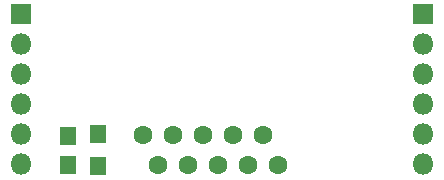
<source format=gbr>
%TF.GenerationSoftware,KiCad,Pcbnew,(5.1.6)-1*%
%TF.CreationDate,2020-10-13T17:38:00+02:00*%
%TF.ProjectId,MRF89XAM8A_Breakout,4d524638-3958-4414-9d38-415f42726561,rev?*%
%TF.SameCoordinates,Original*%
%TF.FileFunction,Soldermask,Bot*%
%TF.FilePolarity,Negative*%
%FSLAX46Y46*%
G04 Gerber Fmt 4.6, Leading zero omitted, Abs format (unit mm)*
G04 Created by KiCad (PCBNEW (5.1.6)-1) date 2020-10-13 17:38:00*
%MOMM*%
%LPD*%
G01*
G04 APERTURE LIST*
%ADD10R,1.400000X1.600000*%
%ADD11R,1.350000X1.600000*%
%ADD12C,1.600000*%
%ADD13R,1.800000X1.800000*%
%ADD14O,1.800000X1.800000*%
G04 APERTURE END LIST*
D10*
%TO.C,R1*%
X90500000Y-102150000D03*
X90500000Y-104850000D03*
%TD*%
D11*
%TO.C,C1*%
X88000000Y-104750000D03*
X88000000Y-102250000D03*
%TD*%
D12*
%TO.C,J1*%
X95555000Y-104770000D03*
X94285000Y-102230000D03*
X98095000Y-104770000D03*
X96825000Y-102230000D03*
X99365000Y-102230000D03*
X100635000Y-104770000D03*
X101905000Y-102230000D03*
X103175000Y-104770000D03*
X104445000Y-102230000D03*
X105715000Y-104770000D03*
%TD*%
D13*
%TO.C,X1*%
X84000000Y-92000000D03*
D14*
X84000000Y-94540000D03*
X84000000Y-97080000D03*
X84000000Y-99620000D03*
X84000000Y-102160000D03*
X84000000Y-104700000D03*
%TD*%
D13*
%TO.C,X2*%
X118000000Y-92000000D03*
D14*
X118000000Y-94540000D03*
X118000000Y-97080000D03*
X118000000Y-99620000D03*
X118000000Y-102160000D03*
X118000000Y-104700000D03*
%TD*%
M02*

</source>
